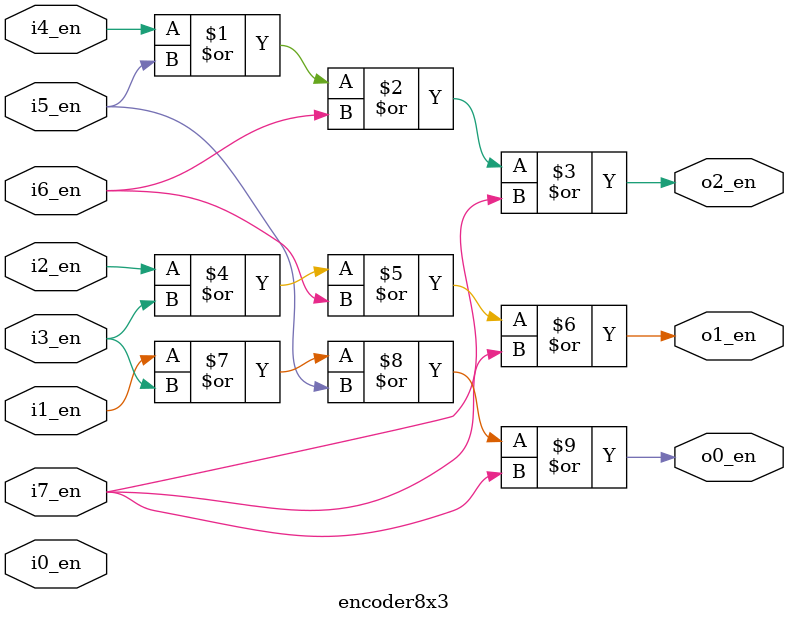
<source format=v>

/********************************************************************

Module          :   encoder8x3

Date            :   15 November, 2022

Author          :   Krunal Gandhi

Email           :   gkrunal72@gmail.com

History         :   1. 15 November, 2022 - Initial implementation

Summary         :   Implementation encoder8x3.

Inputs          :   i0_en, i1_en, i2_en, i3_en, i4_en, i5_en, i6_en, i7_en

Outputs         :   o0_en, o1_en, o2_en

Instantiation   :   N/A

********************************************************************/

module  encoder8x3 (
    input   wire        i0_en,
    input   wire        i1_en,
    input   wire        i2_en,
    input   wire        i3_en,
    input   wire        i4_en,
    input   wire        i5_en,
    input   wire        i6_en,
    input   wire        i7_en,
    output  wire         o0_en,
    output  wire         o1_en,
    output  wire         o2_en
);


or a1 (o2_en, i4_en, i5_en, i6_en, i7_en);
or a2 (o1_en, i2_en, i3_en, i6_en, i7_en);
or a3 (o0_en, i1_en, i3_en, i5_en, i7_en);

endmodule

</source>
